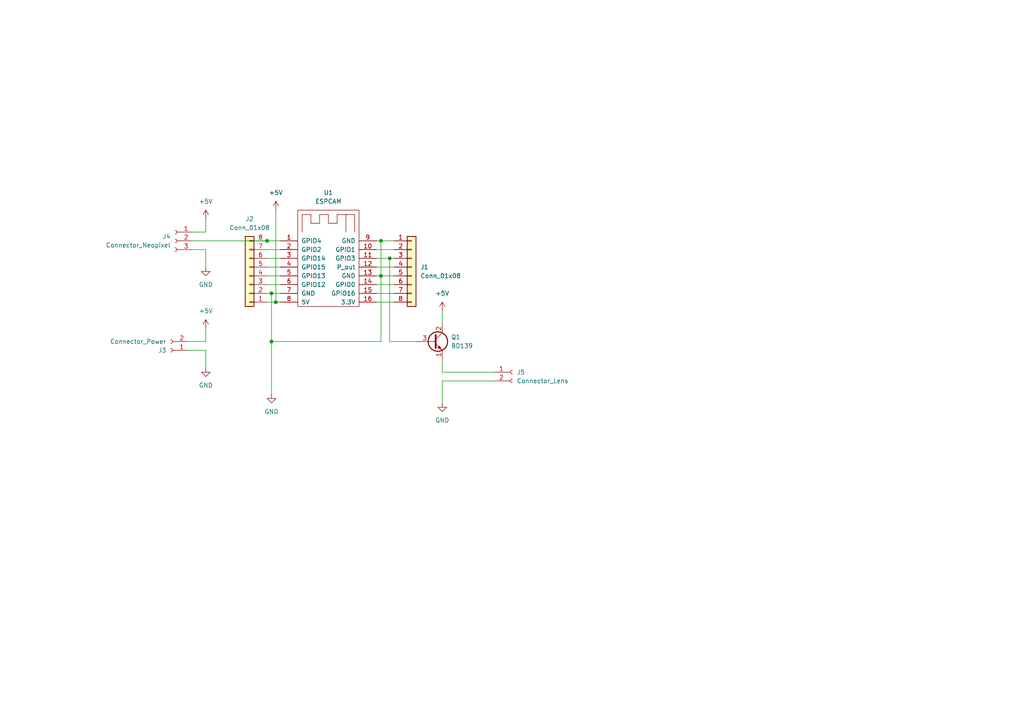
<source format=kicad_sch>
(kicad_sch (version 20211123) (generator eeschema)
  (paper "A4")
  (lib_symbols
    (symbol "Connector:Conn_01x02_Female" (pin_names (offset 1.016) hide)
      (property "Reference" "J" (at 0 2.54 0))
      (property "Value" "Conn_01x02_Female" (at 0 -5.08 0))
      (symbol "Conn_01x02_Female_1_1"
        (arc (start 0 -2.032) (mid -0.508 -2.54) (end 0 -3.048) (stroke (width 0.1524)))
        (polyline (pts (xy -1.27 -2.54) (xy -0.508 -2.54)) (stroke (width 0.1524)))
        (polyline (pts (xy -1.27 0) (xy -0.508 0)) (stroke (width 0.1524)))
        (arc (start 0 0.508) (mid -0.508 0) (end 0 -0.508) (stroke (width 0.1524)))
        (pin passive line (at -5.08 0 0) (length 3.81) (name "Pin_1") (number "1"))
        (pin passive line (at -5.08 -2.54 0) (length 3.81) (name "Pin_2") (number "2"))
      )
    )
    (symbol "Connector:Conn_01x03_Female" (pin_names (offset 1.016) hide)
      (property "Reference" "J" (at 0 5.08 0))
      (property "Value" "Conn_01x03_Female" (at 0 -5.08 0))
      (symbol "Conn_01x03_Female_1_1"
        (arc (start 0 -2.032) (mid -0.508 -2.54) (end 0 -3.048) (stroke (width 0.1524)))
        (polyline (pts (xy -1.27 -2.54) (xy -0.508 -2.54)) (stroke (width 0.1524)))
        (polyline (pts (xy -1.27 0) (xy -0.508 0)) (stroke (width 0.1524)))
        (polyline (pts (xy -1.27 2.54) (xy -0.508 2.54)) (stroke (width 0.1524)))
        (arc (start 0 0.508) (mid -0.508 0) (end 0 -0.508) (stroke (width 0.1524)))
        (arc (start 0 3.048) (mid -0.508 2.54) (end 0 2.032) (stroke (width 0.1524)))
        (pin passive line (at -5.08 2.54 0) (length 3.81) (name "Pin_1") (number "1"))
        (pin passive line (at -5.08 0 0) (length 3.81) (name "Pin_2") (number "2"))
        (pin passive line (at -5.08 -2.54 0) (length 3.81) (name "Pin_3") (number "3"))
      )
    )
    (symbol "Connector_Generic:Conn_01x08" (pin_names (offset 1.016) hide)
      (property "Reference" "J" (at 0 10.16 0))
      (property "Value" "Conn_01x08" (at 0 -12.7 0))
      (symbol "Conn_01x08_1_1"
        (rectangle (start -1.27 -10.033) (end 0 -10.287) (stroke (width 0.1524)))
        (rectangle (start -1.27 -7.493) (end 0 -7.747) (stroke (width 0.1524)))
        (rectangle (start -1.27 -4.953) (end 0 -5.207) (stroke (width 0.1524)))
        (rectangle (start -1.27 -2.413) (end 0 -2.667) (stroke (width 0.1524)))
        (rectangle (start -1.27 0.127) (end 0 -0.127) (stroke (width 0.1524)))
        (rectangle (start -1.27 2.667) (end 0 2.413) (stroke (width 0.1524)))
        (rectangle (start -1.27 5.207) (end 0 4.953) (stroke (width 0.1524)))
        (rectangle (start -1.27 7.747) (end 0 7.493) (stroke (width 0.1524)))
        (rectangle (start -1.27 8.89) (end 1.27 -11.43) (stroke (width 0.254)) (fill (type background)))
        (pin passive line (at -5.08 7.62 0) (length 3.81) (name "Pin_1") (number "1"))
        (pin passive line (at -5.08 5.08 0) (length 3.81) (name "Pin_2") (number "2"))
        (pin passive line (at -5.08 2.54 0) (length 3.81) (name "Pin_3") (number "3"))
        (pin passive line (at -5.08 0 0) (length 3.81) (name "Pin_4") (number "4"))
        (pin passive line (at -5.08 -2.54 0) (length 3.81) (name "Pin_5") (number "5"))
        (pin passive line (at -5.08 -5.08 0) (length 3.81) (name "Pin_6") (number "6"))
        (pin passive line (at -5.08 -7.62 0) (length 3.81) (name "Pin_7") (number "7"))
        (pin passive line (at -5.08 -10.16 0) (length 3.81) (name "Pin_8") (number "8"))
      )
    )
    (symbol "ESP32-CAM:ESPCAM" (pin_names (offset 1.016))
      (property "Reference" "U" (at 0 -22.86 0))
      (property "Value" "ESPCAM" (at -1.27 1.27 0))
      (symbol "ESPCAM_0_1"
        (rectangle (start -8.89 -21.59) (end 8.89 6.35))
        (polyline (pts (xy 7.62 0) (xy 7.62 5.08) (xy 5.08 5.08) (xy 5.08 0)))
        (polyline (pts (xy 5.08 5.08) (xy 2.54 5.08) (xy 2.54 2.54) (xy 0 2.54) (xy 0 5.08) (xy -2.54 5.08) (xy -2.54 2.54) (xy -5.08 2.54) (xy -5.08 5.08) (xy -7.62 5.08) (xy -7.62 0)))
      )
      (symbol "ESPCAM_1_1"
        (pin bidirectional line (at -13.97 -2.54 0) (length 5.08) (name "GPIO4") (number "1"))
        (pin bidirectional line (at 13.97 -5.08 180) (length 5.08) (name "GPIO1") (number "10"))
        (pin bidirectional line (at 13.97 -7.62 180) (length 5.08) (name "GPIO3") (number "11"))
        (pin power_out line (at 13.97 -10.16 180) (length 5.08) (name "P_out") (number "12"))
        (pin power_out line (at 13.97 -12.7 180) (length 5.08) (name "GND") (number "13"))
        (pin bidirectional line (at 13.97 -15.24 180) (length 5.08) (name "GPIO0") (number "14"))
        (pin bidirectional line (at 13.97 -17.78 180) (length 5.08) (name "GPIO16") (number "15"))
        (pin power_in line (at 13.97 -20.32 180) (length 5.08) (name "3.3V") (number "16"))
        (pin bidirectional line (at -13.97 -5.08 0) (length 5.08) (name "GPIO2") (number "2"))
        (pin bidirectional line (at -13.97 -7.62 0) (length 5.08) (name "GPIO14") (number "3"))
        (pin bidirectional line (at -13.97 -10.16 0) (length 5.08) (name "GPIO15") (number "4"))
        (pin bidirectional line (at -13.97 -12.7 0) (length 5.08) (name "GPIO13") (number "5"))
        (pin bidirectional line (at -13.97 -15.24 0) (length 5.08) (name "GPIO12") (number "6"))
        (pin power_in line (at -13.97 -17.78 0) (length 5.08) (name "GND") (number "7"))
        (pin power_in line (at -13.97 -20.32 0) (length 5.08) (name "5V") (number "8"))
        (pin power_in line (at 13.97 -2.54 180) (length 5.08) (name "GND") (number "9"))
      )
    )
    (symbol "Transistor_BJT:BD139" (pin_names (offset 0) hide)
      (property "Reference" "Q" (at 5.08 1.905 0))
      (property "Value" "BD139" (at 5.08 0 0))
      (symbol "BD139_0_1"
        (polyline (pts (xy 0 0) (xy 0.635 0)))
        (polyline (pts (xy 2.54 -2.54) (xy 0.635 -0.635)))
        (polyline (pts (xy 2.54 2.54) (xy 0.635 0.635)))
        (polyline (pts (xy 0.635 1.905) (xy 0.635 -1.905) (xy 0.635 -1.905)) (stroke (width 0.508)) (fill (type outline)))
        (polyline (pts (xy 1.2446 -1.778) (xy 1.7526 -1.27) (xy 2.286 -2.286) (xy 1.2446 -1.778) (xy 1.2446 -1.778)) (fill (type outline)))
        (circle (center 1.27 0) (radius 2.8194) (stroke (width 0.3048)))
      )
      (symbol "BD139_1_1"
        (pin passive line (at 2.54 -5.08 90) (length 2.54) (name "E") (number "1"))
        (pin passive line (at 2.54 5.08 270) (length 2.54) (name "C") (number "2"))
        (pin input line (at -5.08 0 0) (length 5.08) (name "B") (number "3"))
      )
    )
    (symbol "power:+5V" (power) (pin_names (offset 0))
      (property "Value" "+5V" (at 0 3.556 0))
      (symbol "+5V_0_1"
        (polyline (pts (xy -0.762 1.27) (xy 0 2.54)))
        (polyline (pts (xy 0 0) (xy 0 2.54)))
        (polyline (pts (xy 0 2.54) (xy 0.762 1.27)))
      )
      (symbol "+5V_1_1"
        (pin power_in line (at 0 0 90) (length 0) hide (name "+5V") (number "1"))
      )
    )
    (symbol "power:GND" (power) (pin_names (offset 0))
      (property "Value" "GND" (at 0 -3.81 0))
      (symbol "GND_0_1"
        (polyline (pts (xy 0 0) (xy 0 -1.27) (xy 1.27 -1.27) (xy 0 -2.54) (xy -1.27 -1.27) (xy 0 -1.27)))
      )
      (symbol "GND_1_1"
        (pin power_in line (at 0 0 270) (length 0) hide (name "GND") (number "1"))
      )
    )
  )
  (junction (at 80.01 87.63))
  (junction (at 110.49 69.85))
  (junction (at 78.74 85.09))
  (junction (at 110.49 80.01))
  (junction (at 113.03 74.93))
  (junction (at 77.47 69.85))
  (junction (at 78.74 99.06))
  (wire (pts (xy 110.49 99.06) (xy 110.49 80.01)))
  (wire (pts (xy 78.74 99.06) (xy 78.74 114.3)))
  (wire (pts (xy 120.65 99.06) (xy 113.03 99.06)))
  (wire (pts (xy 54.61 99.06) (xy 59.69 99.06)))
  (wire (pts (xy 59.69 72.39) (xy 55.88 72.39)))
  (wire (pts (xy 54.61 101.6) (xy 59.69 101.6)))
  (wire (pts (xy 128.27 104.14) (xy 128.27 107.95)))
  (wire (pts (xy 59.69 99.06) (xy 59.69 95.25)))
  (wire (pts (xy 128.27 110.49) (xy 128.27 116.84)))
  (wire (pts (xy 77.47 72.39) (xy 81.28 72.39)))
  (wire (pts (xy 109.22 87.63) (xy 114.3 87.63)))
  (wire (pts (xy 109.22 85.09) (xy 114.3 85.09)))
  (wire (pts (xy 109.22 80.01) (xy 110.49 80.01)))
  (wire (pts (xy 113.03 74.93) (xy 114.3 74.93)))
  (wire (pts (xy 128.27 90.17) (xy 128.27 93.98)))
  (wire (pts (xy 77.47 82.55) (xy 81.28 82.55)))
  (wire (pts (xy 110.49 69.85) (xy 110.49 80.01)))
  (wire (pts (xy 143.51 110.49) (xy 128.27 110.49)))
  (wire (pts (xy 78.74 85.09) (xy 78.74 99.06)))
  (wire (pts (xy 78.74 99.06) (xy 110.49 99.06)))
  (wire (pts (xy 78.74 85.09) (xy 81.28 85.09)))
  (wire (pts (xy 59.69 67.31) (xy 55.88 67.31)))
  (wire (pts (xy 109.22 72.39) (xy 114.3 72.39)))
  (wire (pts (xy 109.22 82.55) (xy 114.3 82.55)))
  (wire (pts (xy 55.88 69.85) (xy 77.47 69.85)))
  (wire (pts (xy 59.69 101.6) (xy 59.69 106.68)))
  (wire (pts (xy 77.47 74.93) (xy 81.28 74.93)))
  (wire (pts (xy 77.47 85.09) (xy 78.74 85.09)))
  (wire (pts (xy 128.27 107.95) (xy 143.51 107.95)))
  (wire (pts (xy 80.01 60.96) (xy 80.01 87.63)))
  (wire (pts (xy 109.22 77.47) (xy 114.3 77.47)))
  (wire (pts (xy 110.49 69.85) (xy 114.3 69.85)))
  (wire (pts (xy 113.03 99.06) (xy 113.03 74.93)))
  (wire (pts (xy 59.69 77.47) (xy 59.69 72.39)))
  (wire (pts (xy 77.47 77.47) (xy 81.28 77.47)))
  (wire (pts (xy 109.22 69.85) (xy 110.49 69.85)))
  (wire (pts (xy 77.47 69.85) (xy 81.28 69.85)))
  (wire (pts (xy 110.49 80.01) (xy 114.3 80.01)))
  (wire (pts (xy 109.22 74.93) (xy 113.03 74.93)))
  (wire (pts (xy 77.47 80.01) (xy 81.28 80.01)))
  (wire (pts (xy 77.47 87.63) (xy 80.01 87.63)))
  (wire (pts (xy 59.69 63.5) (xy 59.69 67.31)))
  (wire (pts (xy 80.01 87.63) (xy 81.28 87.63)))
  (symbol (lib_id "Connector_Generic:Conn_01x08") (at 72.39 80.01 180) (unit 1)
    (property "Reference" "J2" (at 72.39 63.5 0))
    (property "Value" "Conn_01x08" (at 72.39 66.04 0))
    (property "Footprint" "Connector_PinSocket_2.54mm:PinSocket_1x08_P2.54mm_Vertical" (effects hide))
  )
  (symbol (lib_id "power:GND") (at 128.27 116.84 0) (unit 1)
    (property "Reference" "#PWR0107" (effects hide))
    (property "Value" "GND" (at 128.27 121.92 0))
  )
  (symbol (lib_id "Connector:Conn_01x03_Female") (at 50.8 69.85 0) (mirror y) (unit 1)
    (property "Reference" "J4" (at 49.53 68.5799 0) (effects (justify left)))
    (property "Value" "Connector_Neopixel" (at 49.53 71.1199 0) (effects (justify left)))
    (property "Footprint" "Connector_PinSocket_2.54mm:PinSocket_1x03_P2.54mm_Vertical" (effects hide))
  )
  (symbol (lib_id "power:+5V") (at 80.01 60.96 0) (unit 1)
    (property "Reference" "#PWR0104" (effects hide))
    (property "Value" "+5V" (at 80.01 55.88 0))
  )
  (symbol (lib_id "Connector_Generic:Conn_01x08") (at 119.38 77.47 0) (unit 1)
    (property "Reference" "J1" (at 121.92 77.4699 0) (effects (justify left)))
    (property "Value" "Conn_01x08" (at 121.92 80.0099 0) (effects (justify left)))
    (property "Footprint" "Connector_PinSocket_2.54mm:PinSocket_1x08_P2.54mm_Vertical" (effects hide))
  )
  (symbol (lib_id "power:GND") (at 59.69 106.68 0) (unit 1)
    (property "Reference" "#PWR0101" (effects hide))
    (property "Value" "GND" (at 59.69 111.76 0))
  )
  (symbol (lib_id "ESP32-CAM:ESPCAM") (at 95.25 67.31 0) (unit 1)
    (property "Reference" "U1" (at 95.25 55.88 0))
    (property "Value" "ESPCAM" (at 95.25 58.42 0))
    (property "Footprint" "espcam:ESPCAM_bottom" (effects hide))
  )
  (symbol (lib_id "power:GND") (at 78.74 114.3 0) (unit 1)
    (property "Reference" "#PWR0106" (effects hide))
    (property "Value" "GND" (at 78.74 119.38 0))
  )
  (symbol (lib_id "power:+5V") (at 128.27 90.17 0) (unit 1)
    (property "Reference" "#PWR0108" (effects hide))
    (property "Value" "+5V" (at 128.27 85.09 0))
  )
  (symbol (lib_id "Transistor_BJT:BD139") (at 125.73 99.06 0) (unit 1)
    (property "Reference" "Q1" (at 130.81 97.7899 0) (effects (justify left)))
    (property "Value" "BD139" (at 130.81 100.3299 0) (effects (justify left)))
    (property "Footprint" "Package_TO_SOT_THT:TO-126-3_Vertical" (effects hide))
    (property "Datasheet" "http://www.st.com/internet/com/TECHNICAL_RESOURCES/TECHNICAL_LITERATURE/DATASHEET/CD00001225.pdf" (effects hide))
  )
  (symbol (lib_id "power:+5V") (at 59.69 63.5 0) (mirror y) (unit 1)
    (property "Reference" "#PWR0103" (effects hide))
    (property "Value" "+5V" (at 59.69 58.42 0))
  )
  (symbol (lib_id "Connector:Conn_01x02_Female") (at 148.59 107.95 0) (unit 1)
    (property "Reference" "J5" (at 149.86 107.9499 0) (effects (justify left)))
    (property "Value" "Connector_Lens" (at 149.86 110.4899 0) (effects (justify left)))
    (property "Footprint" "Connector_PinSocket_2.54mm:PinSocket_1x02_P2.54mm_Vertical" (effects hide))
  )
  (symbol (lib_id "Connector:Conn_01x02_Female") (at 49.53 101.6 180) (unit 1)
    (property "Reference" "J3" (at 48.26 101.6001 0) (effects (justify left)))
    (property "Value" "Connector_Power" (at 48.26 99.0601 0) (effects (justify left)))
    (property "Footprint" "Connector_PinSocket_2.54mm:PinSocket_1x02_P2.54mm_Vertical" (effects hide))
  )
  (symbol (lib_id "power:+5V") (at 59.69 95.25 0) (unit 1)
    (property "Reference" "#PWR0102" (effects hide))
    (property "Value" "+5V" (at 59.69 90.17 0))
  )
  (symbol (lib_id "power:GND") (at 59.69 77.47 0) (mirror y) (unit 1)
    (property "Reference" "#PWR0105" (effects hide))
    (property "Value" "GND" (at 59.69 82.55 0))
  )
)
</source>
